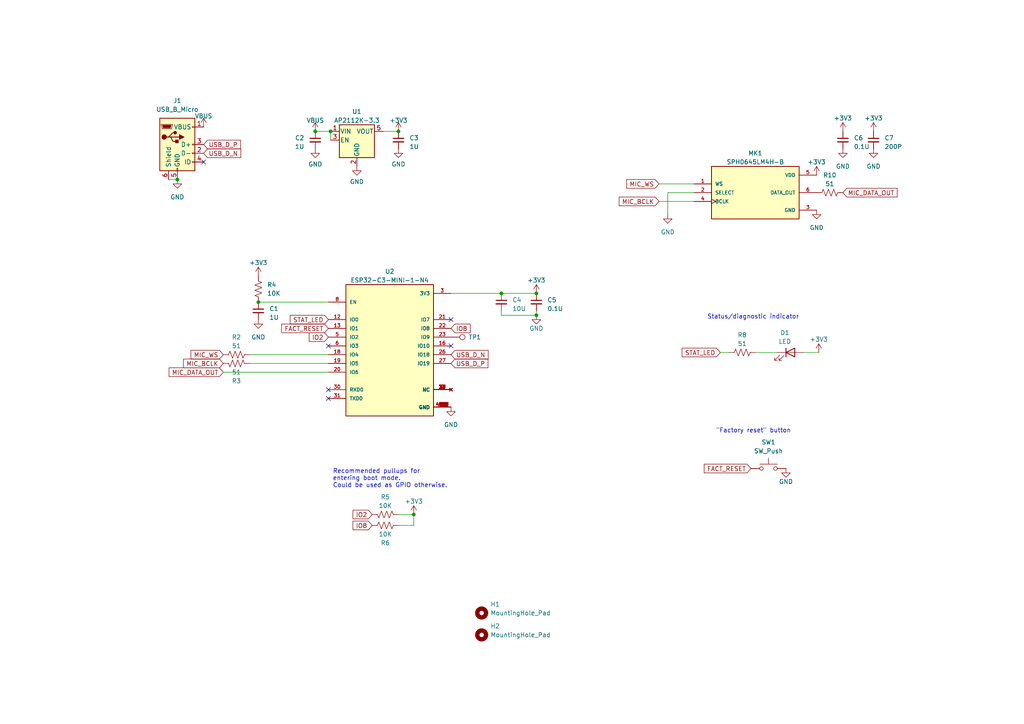
<source format=kicad_sch>
(kicad_sch (version 20230121) (generator eeschema)
  (paper "A4")
  (title_block (title "Noisemeter Device") (date "2024-01-28") (rev "2") (company "Civic Tech Toronto") (comment 1 "Drawn by Clyne Sullivan") (comment 2 "Released under the CERN Open Hardware License Version 2 - Strongly Reciprocal"))
  (lib_symbols
    (symbol "Connector:TestPoint" (pin_numbers hide) (pin_names (offset 0.762) hide)
      (property "Reference" "TP" (at 0 6.858 0))
      (property "Value" "TestPoint" (at 0 5.08 0))
      (symbol "TestPoint_0_1"
        (circle (center 0 3.302) (radius 0.762))
      )
      (symbol "TestPoint_1_1"
        (pin passive line (at 0 0 90) (length 2.54) (name "1") (number "1"))
      )
    )
    (symbol "Connector:USB_B_Micro" (pin_names (offset 1.016))
      (property "Reference" "J" (at -5.08 11.43 0))
      (property "Value" "USB_B_Micro" (at -5.08 8.89 0))
      (symbol "USB_B_Micro_0_1"
        (rectangle (start -5.08 -7.62) (end 5.08 7.62) (stroke (width 0.254)) (fill (type background)))
        (circle (center -3.81 2.159) (radius 0.635) (stroke (width 0.254)) (fill (type outline)))
        (circle (center -0.635 3.429) (radius 0.381) (stroke (width 0.254)) (fill (type outline)))
        (rectangle (start -0.127 -7.62) (end 0.127 -6.858))
        (polyline (pts (xy -1.905 2.159) (xy 0.635 2.159)) (stroke (width 0.254)))
        (polyline (pts (xy -3.175 2.159) (xy -2.54 2.159) (xy -1.27 3.429) (xy -0.635 3.429)) (stroke (width 0.254)))
        (polyline (pts (xy -2.54 2.159) (xy -1.905 2.159) (xy -1.27 0.889) (xy 0 0.889)) (stroke (width 0.254)))
        (polyline (pts (xy 0.635 2.794) (xy 0.635 1.524) (xy 1.905 2.159) (xy 0.635 2.794)) (stroke (width 0.254)) (fill (type outline)))
        (polyline (pts (xy -4.318 5.588) (xy -1.778 5.588) (xy -2.032 4.826) (xy -4.064 4.826) (xy -4.318 5.588)) (fill (type outline)))
        (polyline (pts (xy -4.699 5.842) (xy -4.699 5.588) (xy -4.445 4.826) (xy -4.445 4.572) (xy -1.651 4.572) (xy -1.651 4.826) (xy -1.397 5.588) (xy -1.397 5.842) (xy -4.699 5.842)))
        (rectangle (start 0.254 1.27) (end -0.508 0.508) (stroke (width 0.254)) (fill (type outline)))
        (rectangle (start 5.08 -5.207) (end 4.318 -4.953))
        (rectangle (start 5.08 -2.667) (end 4.318 -2.413))
        (rectangle (start 5.08 -0.127) (end 4.318 0.127))
        (rectangle (start 5.08 4.953) (end 4.318 5.207))
      )
      (symbol "USB_B_Micro_1_1"
        (pin power_out line (at 7.62 5.08 180) (length 2.54) (name "VBUS") (number "1"))
        (pin bidirectional line (at 7.62 -2.54 180) (length 2.54) (name "D-") (number "2"))
        (pin bidirectional line (at 7.62 0 180) (length 2.54) (name "D+") (number "3"))
        (pin passive line (at 7.62 -5.08 180) (length 2.54) (name "ID") (number "4"))
        (pin power_out line (at 0 -10.16 90) (length 2.54) (name "GND") (number "5"))
        (pin passive line (at -2.54 -10.16 90) (length 2.54) (name "Shield") (number "6"))
      )
    )
    (symbol "Device:C_Small" (pin_numbers hide) (pin_names (offset 0.254) hide)
      (property "Reference" "C" (at 0.254 1.778 0))
      (property "Value" "C_Small" (at 0.254 -2.032 0))
      (symbol "C_Small_0_1"
        (polyline (pts (xy -1.524 -0.508) (xy 1.524 -0.508)) (stroke (width 0.3302)))
        (polyline (pts (xy -1.524 0.508) (xy 1.524 0.508)) (stroke (width 0.3048)))
      )
      (symbol "C_Small_1_1"
        (pin passive line (at 0 2.54 270) (length 2.032) (name "~") (number "1"))
        (pin passive line (at 0 -2.54 90) (length 2.032) (name "~") (number "2"))
      )
    )
    (symbol "Device:LED" (pin_numbers hide) (pin_names (offset 1.016) hide)
      (property "Reference" "D" (at 0 2.54 0))
      (property "Value" "LED" (at 0 -2.54 0))
      (symbol "LED_0_1"
        (polyline (pts (xy -1.27 -1.27) (xy -1.27 1.27)) (stroke (width 0.254)))
        (polyline (pts (xy -1.27 0) (xy 1.27 0)))
        (polyline (pts (xy 1.27 -1.27) (xy 1.27 1.27) (xy -1.27 0) (xy 1.27 -1.27)) (stroke (width 0.254)))
        (polyline (pts (xy -3.048 -0.762) (xy -4.572 -2.286) (xy -3.81 -2.286) (xy -4.572 -2.286) (xy -4.572 -1.524)))
        (polyline (pts (xy -1.778 -0.762) (xy -3.302 -2.286) (xy -2.54 -2.286) (xy -3.302 -2.286) (xy -3.302 -1.524)))
      )
      (symbol "LED_1_1"
        (pin passive line (at -3.81 0 0) (length 2.54) (name "K") (number "1"))
        (pin passive line (at 3.81 0 180) (length 2.54) (name "A") (number "2"))
      )
    )
    (symbol "Device:R_US" (pin_numbers hide) (pin_names (offset 0))
      (property "Reference" "R" (at 2.54 0 90))
      (property "Value" "R_US" (at -2.54 0 90))
      (symbol "R_US_0_1"
        (polyline (pts (xy 0 -2.286) (xy 0 -2.54)))
        (polyline (pts (xy 0 2.286) (xy 0 2.54)))
        (polyline (pts (xy 0 -0.762) (xy 1.016 -1.143) (xy 0 -1.524) (xy -1.016 -1.905) (xy 0 -2.286)))
        (polyline (pts (xy 0 0.762) (xy 1.016 0.381) (xy 0 0) (xy -1.016 -0.381) (xy 0 -0.762)))
        (polyline (pts (xy 0 2.286) (xy 1.016 1.905) (xy 0 1.524) (xy -1.016 1.143) (xy 0 0.762)))
      )
      (symbol "R_US_1_1"
        (pin passive line (at 0 3.81 270) (length 1.27) (name "~") (number "1"))
        (pin passive line (at 0 -3.81 90) (length 1.27) (name "~") (number "2"))
      )
    )
    (symbol "Mechanical:MountingHole" (pin_names (offset 1.016))
      (property "Reference" "H" (at 0 5.08 0))
      (property "Value" "MountingHole" (at 0 3.175 0))
      (symbol "MountingHole_0_1"
        (circle (center 0 0) (radius 1.27) (stroke (width 1.27)))
      )
    )
    (symbol "Regulator_Linear:AP2112K-3.3" (pin_names (offset 0.254))
      (property "Reference" "U" (at -5.08 5.715 0))
      (property "Value" "AP2112K-3.3" (at 0 5.715 0))
      (symbol "AP2112K-3.3_0_1"
        (rectangle (start -5.08 4.445) (end 5.08 -5.08) (stroke (width 0.254)) (fill (type background)))
      )
      (symbol "AP2112K-3.3_1_1"
        (pin power_in line (at -7.62 2.54 0) (length 2.54) (name "VIN") (number "1"))
        (pin power_in line (at 0 -7.62 90) (length 2.54) (name "GND") (number "2"))
        (pin input line (at -7.62 0 0) (length 2.54) (name "EN") (number "3"))
        (pin no_connect line (at 5.08 0 180) (length 2.54) hide (name "NC") (number "4"))
        (pin power_out line (at 7.62 2.54 180) (length 2.54) (name "VOUT") (number "5"))
      )
    )
    (symbol "Switch:SW_Push" (pin_numbers hide) (pin_names (offset 1.016) hide)
      (property "Reference" "SW" (at 1.27 2.54 0))
      (property "Value" "SW_Push" (at 0 -1.524 0))
      (symbol "SW_Push_0_1"
        (circle (center -2.032 0) (radius 0.508))
        (polyline (pts (xy 0 1.27) (xy 0 3.048)))
        (polyline (pts (xy 2.54 1.27) (xy -2.54 1.27)))
        (circle (center 2.032 0) (radius 0.508))
        (pin passive line (at -5.08 0 0) (length 2.54) (name "1") (number "1"))
        (pin passive line (at 5.08 0 180) (length 2.54) (name "2") (number "2"))
      )
    )
    (symbol "noisemeter:ESP32-C3-MINI-1-N4" (pin_names (offset 1.016))
      (property "Reference" "U" (at -12.7 18.796 0))
      (property "Value" "ESP32-C3-MINI-1-N4" (at -12.7 -22.86 0))
      (symbol "ESP32-C3-MINI-1-N4_0_0"
        (rectangle (start -12.7 -20.32) (end 12.7 17.78) (stroke (width 0.254)) (fill (type background)))
        (pin power_in line (at 17.78 -17.78 180) (length 5.08) (name "GND") (number "1"))
        (pin no_connect line (at 17.78 -12.7 180) (length 5.08) (name "NC") (number "10"))
        (pin power_in line (at 17.78 -17.78 180) (length 5.08) (name "GND") (number "11"))
        (pin bidirectional line (at -17.78 7.62 0) (length 5.08) (name "IO0") (number "12"))
        (pin bidirectional line (at -17.78 5.08 0) (length 5.08) (name "IO1") (number "13"))
        (pin power_in line (at 17.78 -17.78 180) (length 5.08) (name "GND") (number "14"))
        (pin no_connect line (at 17.78 -12.7 180) (length 5.08) (name "NC") (number "15"))
        (pin bidirectional line (at 17.78 0 180) (length 5.08) (name "IO10") (number "16"))
        (pin no_connect line (at 17.78 -12.7 180) (length 5.08) (name "NC") (number "17"))
        (pin bidirectional line (at -17.78 -2.54 0) (length 5.08) (name "IO4") (number "18"))
        (pin bidirectional line (at -17.78 -5.08 0) (length 5.08) (name "IO5") (number "19"))
        (pin power_in line (at 17.78 -17.78 180) (length 5.08) (name "GND") (number "2"))
        (pin bidirectional line (at -17.78 -7.62 0) (length 5.08) (name "IO6") (number "20"))
        (pin bidirectional line (at 17.78 7.62 180) (length 5.08) (name "IO7") (number "21"))
        (pin bidirectional line (at 17.78 5.08 180) (length 5.08) (name "IO8") (number "22"))
        (pin bidirectional line (at 17.78 2.54 180) (length 5.08) (name "IO9") (number "23"))
        (pin no_connect line (at 17.78 -12.7 180) (length 5.08) (name "NC") (number "24"))
        (pin no_connect line (at 17.78 -12.7 180) (length 5.08) (name "NC") (number "25"))
        (pin bidirectional line (at 17.78 -2.54 180) (length 5.08) (name "IO18") (number "26"))
        (pin bidirectional line (at 17.78 -5.08 180) (length 5.08) (name "IO19") (number "27"))
        (pin no_connect line (at 17.78 -12.7 180) (length 5.08) (name "NC") (number "28"))
        (pin no_connect line (at 17.78 -12.7 180) (length 5.08) (name "NC") (number "29"))
        (pin power_in line (at 17.78 15.24 180) (length 5.08) (name "3V3") (number "3"))
        (pin bidirectional line (at -17.78 -12.7 0) (length 5.08) (name "RXD0") (number "30"))
        (pin bidirectional line (at -17.78 -15.24 0) (length 5.08) (name "TXD0") (number "31"))
        (pin no_connect line (at 17.78 -12.7 180) (length 5.08) (name "NC") (number "32"))
        (pin no_connect line (at 17.78 -12.7 180) (length 5.08) (name "NC") (number "33"))
        (pin no_connect line (at 17.78 -12.7 180) (length 5.08) (name "NC") (number "34"))
        (pin no_connect line (at 17.78 -12.7 180) (length 5.08) (name "NC") (number "35"))
        (pin power_in line (at 17.78 -17.78 180) (length 5.08) (name "GND") (number "36"))
        (pin power_in line (at 17.78 -17.78 180) (length 5.08) (name "GND") (number "37"))
        (pin power_in line (at 17.78 -17.78 180) (length 5.08) (name "GND") (number "38"))
        (pin power_in line (at 17.78 -17.78 180) (length 5.08) (name "GND") (number "39"))
        (pin no_connect line (at 17.78 -12.7 180) (length 5.08) (name "NC") (number "4"))
        (pin power_in line (at 17.78 -17.78 180) (length 5.08) (name "GND") (number "40"))
        (pin power_in line (at 17.78 -17.78 180) (length 5.08) (name "GND") (number "41"))
        (pin power_in line (at 17.78 -17.78 180) (length 5.08) (name "GND") (number "42"))
        (pin power_in line (at 17.78 -17.78 180) (length 5.08) (name "GND") (number "43"))
        (pin power_in line (at 17.78 -17.78 180) (length 5.08) (name "GND") (number "44"))
        (pin power_in line (at 17.78 -17.78 180) (length 5.08) (name "GND") (number "45"))
        (pin power_in line (at 17.78 -17.78 180) (length 5.08) (name "GND") (number "46"))
        (pin power_in line (at 17.78 -17.78 180) (length 5.08) (name "GND") (number "47"))
        (pin power_in line (at 17.78 -17.78 180) (length 5.08) (name "GND") (number "48"))
        (pin power_in line (at 17.78 -17.78 180) (length 5.08) (name "GND") (number "49_1"))
        (pin power_in line (at 17.78 -17.78 180) (length 5.08) (name "GND") (number "49_2"))
        (pin power_in line (at 17.78 -17.78 180) (length 5.08) (name "GND") (number "49_3"))
        (pin power_in line (at 17.78 -17.78 180) (length 5.08) (name "GND") (number "49_4"))
        (pin power_in line (at 17.78 -17.78 180) (length 5.08) (name "GND") (number "49_5"))
        (pin power_in line (at 17.78 -17.78 180) (length 5.08) (name "GND") (number "49_6"))
        (pin power_in line (at 17.78 -17.78 180) (length 5.08) (name "GND") (number "49_7"))
        (pin power_in line (at 17.78 -17.78 180) (length 5.08) (name "GND") (number "49_8"))
        (pin power_in line (at 17.78 -17.78 180) (length 5.08) (name "GND") (number "49_9"))
        (pin bidirectional line (at -17.78 2.54 0) (length 5.08) (name "IO2") (number "5"))
        (pin power_in line (at 17.78 -17.78 180) (length 5.08) (name "GND") (number "50"))
        (pin power_in line (at 17.78 -17.78 180) (length 5.08) (name "GND") (number "51"))
        (pin power_in line (at 17.78 -17.78 180) (length 5.08) (name "GND") (number "52"))
        (pin power_in line (at 17.78 -17.78 180) (length 5.08) (name "GND") (number "53"))
        (pin bidirectional line (at -17.78 0 0) (length 5.08) (name "IO3") (number "6"))
        (pin no_connect line (at 17.78 -12.7 180) (length 5.08) (name "NC") (number "7"))
        (pin input line (at -17.78 12.7 0) (length 5.08) (name "EN") (number "8"))
        (pin no_connect line (at 17.78 -12.7 180) (length 5.08) (name "NC") (number "9"))
      )
    )
    (symbol "noisemeter:SPH0645LM4H-B" (pin_names (offset 1.016))
      (property "Reference" "MK" (at -12.7399 8.1466 0))
      (property "Value" "SPH0645LM4H-B" (at -12.7473 -10.1926 0))
      (symbol "SPH0645LM4H-B_0_0"
        (rectangle (start -12.7 -7.62) (end 12.7 7.62) (stroke (width 0.254)) (fill (type background)))
        (pin input line (at -17.78 2.54 0) (length 5.08) (name "WS") (number "1"))
        (pin input line (at -17.78 0 0) (length 5.08) (name "SELECT") (number "2"))
        (pin power_in line (at 17.78 -5.08 180) (length 5.08) (name "GND") (number "3"))
        (pin input clock (at -17.78 -2.54 0) (length 5.08) (name "BCLK") (number "4"))
        (pin power_in line (at 17.78 5.08 180) (length 5.08) (name "VDD") (number "5"))
        (pin output line (at 17.78 0 180) (length 5.08) (name "DATA_OUT") (number "6"))
      )
    )
    (symbol "power:+3V3" (power) (pin_names (offset 0))
      (property "Value" "+3V3" (at 0 3.556 0))
      (symbol "+3V3_0_1"
        (polyline (pts (xy -0.762 1.27) (xy 0 2.54)))
        (polyline (pts (xy 0 0) (xy 0 2.54)))
        (polyline (pts (xy 0 2.54) (xy 0.762 1.27)))
      )
      (symbol "+3V3_1_1"
        (pin power_in line (at 0 0 90) (length 0) hide (name "+3V3") (number "1"))
      )
    )
    (symbol "power:GND" (power) (pin_names (offset 0))
      (property "Value" "GND" (at 0 -3.81 0))
      (symbol "GND_0_1"
        (polyline (pts (xy 0 0) (xy 0 -1.27) (xy 1.27 -1.27) (xy 0 -2.54) (xy -1.27 -1.27) (xy 0 -1.27)))
      )
      (symbol "GND_1_1"
        (pin power_in line (at 0 0 270) (length 0) hide (name "GND") (number "1"))
      )
    )
    (symbol "power:VBUS" (power) (pin_names (offset 0))
      (property "Value" "VBUS" (at 0 3.81 0))
      (symbol "VBUS_0_1"
        (polyline (pts (xy -0.762 1.27) (xy 0 2.54)))
        (polyline (pts (xy 0 0) (xy 0 2.54)))
        (polyline (pts (xy 0 2.54) (xy 0.762 1.27)))
      )
      (symbol "VBUS_1_1"
        (pin power_in line (at 0 0 90) (length 0) hide (name "VBUS") (number "1"))
      )
    )
  )
  (junction (at 120.015 149.225))
  (junction (at 74.93 87.63))
  (junction (at 115.57 38.1))
  (junction (at 51.435 52.07))
  (junction (at 91.44 38.1))
  (junction (at 145.415 85.09))
  (junction (at 95.885 38.1))
  (junction (at 155.575 91.44))
  (junction (at 155.575 85.09))
  (no_connect (at 130.81 100.33))
  (no_connect (at 95.25 100.33))
  (no_connect (at 95.25 115.57))
  (no_connect (at 130.81 92.71))
  (no_connect (at 95.25 113.03))
  (no_connect (at 59.055 46.99))
  (wire (pts (xy 237.49 102.235) (xy 233.045 102.235)))
  (wire (pts (xy 193.675 55.88) (xy 201.295 55.88)))
  (wire (pts (xy 95.885 38.1) (xy 95.885 40.64)))
  (wire (pts (xy 145.415 91.44) (xy 155.575 91.44)))
  (wire (pts (xy 111.125 38.1) (xy 115.57 38.1)))
  (wire (pts (xy 191.135 58.42) (xy 201.295 58.42)))
  (wire (pts (xy 72.39 105.41) (xy 95.25 105.41)))
  (wire (pts (xy 211.455 102.235) (xy 208.915 102.235)))
  (wire (pts (xy 191.135 53.34) (xy 201.295 53.34)))
  (wire (pts (xy 193.675 55.88) (xy 193.675 62.23)))
  (wire (pts (xy 72.39 102.87) (xy 95.25 102.87)))
  (wire (pts (xy 155.575 91.44) (xy 155.575 90.17)))
  (wire (pts (xy 145.415 85.09) (xy 155.575 85.09)))
  (wire (pts (xy 115.57 149.225) (xy 120.015 149.225)))
  (wire (pts (xy 48.895 52.07) (xy 51.435 52.07)))
  (wire (pts (xy 145.415 91.44) (xy 145.415 90.17)))
  (wire (pts (xy 130.81 85.09) (xy 145.415 85.09)))
  (wire (pts (xy 115.57 152.4) (xy 120.015 152.4)))
  (wire (pts (xy 219.075 102.235) (xy 225.425 102.235)))
  (wire (pts (xy 74.93 87.63) (xy 95.25 87.63)))
  (wire (pts (xy 91.44 38.1) (xy 95.885 38.1)))
  (wire (pts (xy 64.77 107.95) (xy 95.25 107.95)))
  (wire (pts (xy 120.015 149.225) (xy 120.015 152.4)))
  (text "Status/diagnostic indicator" (at 205.105 92.71 0) (effects (font (size 1.27 1.27)) (justify left bottom)))
  (text "Recommended pullups for\nentering boot mode.\nCould be used as GPIO otherwise." (at 96.52 141.605 0) (effects (font (size 1.27 1.27)) (justify left bottom)))
  (text "\"Factory reset\" button" (at 207.645 125.73 0) (effects (font (size 1.27 1.27)) (justify left bottom)))
  (global_label "STAT_LED" (shape input) (at 95.25 92.71 180) (property "Intersheetrefs" "${INTERSHEET_REFS}" (effects hide)))
  (global_label "IO2" (shape input) (at 107.95 149.225 180) (property "Intersheetrefs" "${INTERSHEET_REFS}" (effects hide)))
  (global_label "USB_D_P" (shape input) (at 59.055 41.91 0) (property "Intersheetrefs" "${INTERSHEET_REFS}" (effects hide)))
  (global_label "MIC_WS" (shape input) (at 191.135 53.34 180) (property "Intersheetrefs" "${INTERSHEET_REFS}" (effects hide)))
  (global_label "IO8" (shape input) (at 130.81 95.25 0) (property "Intersheetrefs" "${INTERSHEET_REFS}" (effects hide)))
  (global_label "MIC_DATA_OUT" (shape input) (at 64.77 107.95 180) (property "Intersheetrefs" "${INTERSHEET_REFS}" (effects hide)))
  (global_label "FACT_RESET" (shape input) (at 217.805 135.89 180) (property "Intersheetrefs" "${INTERSHEET_REFS}" (effects hide)))
  (global_label "IO8" (shape input) (at 107.95 152.4 180) (property "Intersheetrefs" "${INTERSHEET_REFS}" (effects hide)))
  (global_label "USB_D_P" (shape input) (at 130.81 105.41 0) (property "Intersheetrefs" "${INTERSHEET_REFS}" (effects hide)))
  (global_label "USB_D_N" (shape input) (at 130.81 102.87 0) (property "Intersheetrefs" "${INTERSHEET_REFS}" (effects hide)))
  (global_label "FACT_RESET" (shape input) (at 95.25 95.25 180) (property "Intersheetrefs" "${INTERSHEET_REFS}" (effects hide)))
  (global_label "MIC_WS" (shape input) (at 64.77 102.87 180) (property "Intersheetrefs" "${INTERSHEET_REFS}" (effects hide)))
  (global_label "MIC_BCLK" (shape input) (at 191.135 58.42 180) (property "Intersheetrefs" "${INTERSHEET_REFS}" (effects hide)))
  (global_label "MIC_DATA_OUT" (shape input) (at 244.475 55.88 0) (property "Intersheetrefs" "${INTERSHEET_REFS}" (effects hide)))
  (global_label "MIC_BCLK" (shape input) (at 64.77 105.41 180) (property "Intersheetrefs" "${INTERSHEET_REFS}" (effects hide)))
  (global_label "IO2" (shape input) (at 95.25 97.79 180) (property "Intersheetrefs" "${INTERSHEET_REFS}" (effects hide)))
  (global_label "STAT_LED" (shape input) (at 208.915 102.235 180) (property "Intersheetrefs" "${INTERSHEET_REFS}" (effects hide)))
  (global_label "USB_D_N" (shape input) (at 59.055 44.45 0) (property "Intersheetrefs" "${INTERSHEET_REFS}" (effects hide)))
  (symbol (lib_id "power:GND") (at 244.475 43.18 0) (unit 1)
    (property "Reference" "#PWR022" (effects hide))
    (property "Value" "GND" (at 244.475 48.26 0))
  )
  (symbol (lib_id "noisemeter:ESP32-C3-MINI-1-N4") (at 113.03 100.33 0) (unit 1)
    (property "Reference" "U2" (at 113.03 78.74 0))
    (property "Value" "ESP32-C3-MINI-1-N4" (at 113.03 81.28 0))
    (property "Footprint" "noisemeter:XCVR_ESP32-C3-MINI-1-N4" (effects hide))
    (property "Part Number" "ESP32-C3-MINI-1-N4" (effects hide))
  )
  (symbol (lib_id "Device:LED") (at 229.235 102.235 0) (unit 1)
    (property "Reference" "D1" (at 227.6475 96.52 0))
    (property "Value" "LED" (at 227.6475 99.06 0))
    (property "Footprint" "LED_SMD:LED_0603_1608Metric" (effects hide))
    (property "Part Number" "LTST-C190GKT" (effects hide))
  )
  (symbol (lib_id "Mechanical:MountingHole") (at 139.7 184.15 0) (unit 1)
    (property "Reference" "H2" (at 142.24 181.61 0) (effects (justify left)))
    (property "Value" "MountingHole_Pad" (at 142.24 184.15 0) (effects (justify left)))
    (property "Footprint" "MountingHole:MountingHole_2.5mm" (effects hide))
  )
  (symbol (lib_id "power:GND") (at 130.81 118.11 0) (unit 1)
    (property "Reference" "#PWR013" (effects hide))
    (property "Value" "GND" (at 130.81 123.19 0))
  )
  (symbol (lib_id "power:GND") (at 236.855 60.96 0) (unit 1)
    (property "Reference" "#PWR020" (effects hide))
    (property "Value" "GND" (at 236.855 66.04 0))
  )
  (symbol (lib_id "power:VBUS") (at 59.055 36.83 0) (unit 1)
    (property "Reference" "#PWR02" (effects hide))
    (property "Value" "VBUS" (at 59.055 33.655 0))
  )
  (symbol (lib_id "power:GND") (at 115.57 43.18 0) (unit 1)
    (property "Reference" "#PWR011" (effects hide))
    (property "Value" "GND" (at 115.57 47.625 0))
  )
  (symbol (lib_id "power:+3V3") (at 236.855 50.8 0) (unit 1)
    (property "Reference" "#PWR019" (effects hide))
    (property "Value" "+3V3" (at 236.855 46.99 0))
  )
  (symbol (lib_id "Device:R_US") (at 111.76 149.225 90) (mirror x) (unit 1)
    (property "Reference" "R5" (at 111.76 144.145 90))
    (property "Value" "10K" (at 111.76 146.685 90))
    (property "Footprint" "Resistor_SMD:R_0603_1608Metric" (effects hide))
    (property "Part Number" "RC0603JR-0710KL" (effects hide))
  )
  (symbol (lib_id "Switch:SW_Push") (at 222.885 135.89 0) (unit 1)
    (property "Reference" "SW1" (at 222.885 128.27 0))
    (property "Value" "SW_Push" (at 222.885 130.81 0))
    (property "Footprint" "Button_Switch_SMD:SW_SPST_EVQP7A" (effects hide))
    (property "Part Number" "EVQ-P7A01P" (effects hide))
  )
  (symbol (lib_id "Connector:USB_B_Micro") (at 51.435 41.91 0) (unit 1)
    (property "Reference" "J1" (at 51.435 29.21 0))
    (property "Value" "USB_B_Micro" (at 51.435 31.75 0))
    (property "Footprint" "Connector_USB:USB_Micro-B_Molex_47346-0001" (effects hide))
    (property "Part Number" "0473461001" (effects hide))
  )
  (symbol (lib_id "power:GND") (at 91.44 43.18 0) (unit 1)
    (property "Reference" "#PWR08" (effects hide))
    (property "Value" "GND" (at 91.44 47.625 0))
  )
  (symbol (lib_id "Device:C_Small") (at 155.575 87.63 0) (mirror y) (unit 1)
    (property "Reference" "C5" (at 158.75 87.0013 0) (effects (justify right)))
    (property "Value" "0.1U" (at 158.75 89.5413 0) (effects (justify right)))
    (property "Footprint" "Capacitor_SMD:C_0603_1608Metric" (effects hide))
    (property "Part Number" "CL10B104KA8NNNC" (effects hide))
  )
  (symbol (lib_id "power:+3V3") (at 237.49 102.235 0) (unit 1)
    (property "Reference" "#PWR018" (effects hide))
    (property "Value" "+3V3" (at 237.49 98.425 0))
  )
  (symbol (lib_id "Connector:TestPoint") (at 130.81 97.79 270) (unit 1)
    (property "Reference" "TP1" (at 135.89 97.79 90) (effects (justify left)))
    (property "Value" "TestPoint" (effects hide))
    (property "Footprint" "TestPoint:TestPoint_Pad_D1.5mm" (effects hide))
  )
  (symbol (lib_id "Device:C_Small") (at 91.44 40.64 0) (unit 1)
    (property "Reference" "C2" (at 88.265 40.0113 0) (effects (justify right)))
    (property "Value" "1U" (at 88.265 42.5513 0) (effects (justify right)))
    (property "Footprint" "Capacitor_SMD:C_0603_1608Metric" (effects hide))
    (property "Part Number" "CL10A105KA8NNNC" (effects hide))
  )
  (symbol (lib_id "power:GND") (at 227.965 135.89 0) (unit 1)
    (property "Reference" "#PWR017" (effects hide))
    (property "Value" "GND" (at 227.965 139.7 0))
  )
  (symbol (lib_id "Device:R_US") (at 215.265 102.235 90) (unit 1)
    (property "Reference" "R8" (at 215.265 97.155 90))
    (property "Value" "51" (at 215.265 99.695 90))
    (property "Footprint" "Resistor_SMD:R_0603_1608Metric" (effects hide))
    (property "Part Number" "RC0603JR-0751RL" (effects hide))
  )
  (symbol (lib_id "power:+3V3") (at 120.015 149.225 0) (unit 1)
    (property "Reference" "#PWR012" (effects hide))
    (property "Value" "+3V3" (at 120.015 145.415 0))
  )
  (symbol (lib_id "power:VBUS") (at 91.44 38.1 0) (unit 1)
    (property "Reference" "#PWR07" (effects hide))
    (property "Value" "VBUS" (at 91.44 34.925 0))
  )
  (symbol (lib_id "power:+3V3") (at 244.475 38.1 0) (unit 1)
    (property "Reference" "#PWR021" (effects hide))
    (property "Value" "+3V3" (at 244.475 34.29 0))
  )
  (symbol (lib_id "Device:R_US") (at 68.58 102.87 90) (unit 1)
    (property "Reference" "R2" (at 68.58 97.79 90))
    (property "Value" "51" (at 68.58 100.33 90))
    (property "Footprint" "Resistor_SMD:R_0603_1608Metric" (effects hide))
    (property "Part Number" "RC0603JR-0751RL" (effects hide))
  )
  (symbol (lib_id "power:+3V3") (at 115.57 38.1 0) (unit 1)
    (property "Reference" "#PWR010" (effects hide))
    (property "Value" "+3V3" (at 115.57 34.925 0))
  )
  (symbol (lib_id "power:GND") (at 193.675 62.23 0) (unit 1)
    (property "Reference" "#PWR016" (effects hide))
    (property "Value" "GND" (at 193.675 67.31 0))
  )
  (symbol (lib_id "Device:C_Small") (at 115.57 40.64 0) (mirror y) (unit 1)
    (property "Reference" "C3" (at 118.745 40.0113 0) (effects (justify right)))
    (property "Value" "1U" (at 118.745 42.5513 0) (effects (justify right)))
    (property "Footprint" "Capacitor_SMD:C_0603_1608Metric" (effects hide))
    (property "Part Number" "CL10A105KA8NNNC" (effects hide))
  )
  (symbol (lib_id "Device:R_US") (at 111.76 152.4 90) (unit 1)
    (property "Reference" "R6" (at 111.76 157.48 90))
    (property "Value" "10K" (at 111.76 154.94 90))
    (property "Footprint" "Resistor_SMD:R_0603_1608Metric" (effects hide))
    (property "Part Number" "RC0603JR-0710KL" (effects hide))
  )
  (symbol (lib_id "Device:R_US") (at 68.58 105.41 90) (mirror x) (unit 1)
    (property "Reference" "R3" (at 68.58 110.49 90))
    (property "Value" "51" (at 68.58 107.95 90))
    (property "Footprint" "Resistor_SMD:R_0603_1608Metric" (effects hide))
    (property "Part Number" "RC0603JR-0751RL" (effects hide))
  )
  (symbol (lib_id "power:GND") (at 51.435 52.07 0) (unit 1)
    (property "Reference" "#PWR01" (effects hide))
    (property "Value" "GND" (at 51.435 57.15 0))
  )
  (symbol (lib_id "Device:R_US") (at 74.93 83.82 180) (unit 1)
    (property "Reference" "R4" (at 77.47 82.55 0) (effects (justify right)))
    (property "Value" "10K" (at 77.47 85.09 0) (effects (justify right)))
    (property "Footprint" "Resistor_SMD:R_0603_1608Metric" (effects hide))
    (property "Part Number" "RC0603JR-0710KL" (effects hide))
  )
  (symbol (lib_id "power:GND") (at 74.93 92.71 0) (unit 1)
    (property "Reference" "#PWR06" (effects hide))
    (property "Value" "GND" (at 74.93 97.79 0))
  )
  (symbol (lib_id "Regulator_Linear:AP2112K-3.3") (at 103.505 40.64 0) (unit 1)
    (property "Reference" "U1" (at 103.505 32.385 0))
    (property "Value" "AP2112K-3.3" (at 103.505 34.925 0))
    (property "Footprint" "Package_TO_SOT_SMD:SOT-23-5" (effects hide))
    (property "Datasheet" "https://www.diodes.com/assets/Datasheets/AP2112.pdf" (effects hide))
    (property "Part Number" "AP2112K-3.3" (effects hide))
  )
  (symbol (lib_id "power:+3V3") (at 74.93 80.01 0) (unit 1)
    (property "Reference" "#PWR05" (effects hide))
    (property "Value" "+3V3" (at 74.93 76.2 0))
  )
  (symbol (lib_id "Device:C_Small") (at 244.475 40.64 0) (mirror y) (unit 1)
    (property "Reference" "C6" (at 247.65 40.0113 0) (effects (justify right)))
    (property "Value" "0.1U" (at 247.65 42.5513 0) (effects (justify right)))
    (property "Footprint" "Capacitor_SMD:C_0603_1608Metric" (effects hide))
    (property "Part Number" "CL10B104KA8NNNC" (effects hide))
  )
  (symbol (lib_id "power:+3V3") (at 253.365 38.1 0) (unit 1)
    (property "Reference" "#PWR023" (effects hide))
    (property "Value" "+3V3" (at 253.365 34.29 0))
  )
  (symbol (lib_id "Device:C_Small") (at 145.415 87.63 0) (mirror y) (unit 1)
    (property "Reference" "C4" (at 148.59 87.0013 0) (effects (justify right)))
    (property "Value" "10U" (at 148.59 89.5413 0) (effects (justify right)))
    (property "Footprint" "Capacitor_SMD:C_0805_2012Metric" (effects hide))
    (property "Part Number" "CL21A106KOQNNNE" (effects hide))
  )
  (symbol (lib_id "Device:C_Small") (at 74.93 90.17 0) (mirror y) (unit 1)
    (property "Reference" "C1" (at 78.105 89.5413 0) (effects (justify right)))
    (property "Value" "1U" (at 78.105 92.0813 0) (effects (justify right)))
    (property "Footprint" "Capacitor_SMD:C_0603_1608Metric" (effects hide))
    (property "Part Number" "CL10A105KA8NNNC" (effects hide))
  )
  (symbol (lib_id "power:+3V3") (at 155.575 85.09 0) (unit 1)
    (property "Reference" "#PWR014" (effects hide))
    (property "Value" "+3V3" (at 155.575 81.28 0))
  )
  (symbol (lib_id "noisemeter:SPH0645LM4H-B") (at 219.075 55.88 0) (unit 1)
    (property "Reference" "MK1" (at 219.075 44.45 0))
    (property "Value" "SPH0645LM4H-B" (at 219.075 46.99 0))
    (property "Footprint" "noisemeter:MIC_SPH0645LM4H-B" (effects hide))
    (property "Part Number" "SPH0645LM4H-B" (effects hide))
  )
  (symbol (lib_id "Device:R_US") (at 240.665 55.88 90) (unit 1)
    (property "Reference" "R10" (at 240.665 50.8 90))
    (property "Value" "51" (at 240.665 53.34 90))
    (property "Footprint" "Resistor_SMD:R_0603_1608Metric" (effects hide))
    (property "Part Number" "RC0603JR-0751RL" (effects hide))
  )
  (symbol (lib_id "power:GND") (at 253.365 43.18 0) (unit 1)
    (property "Reference" "#PWR024" (effects hide))
    (property "Value" "GND" (at 253.365 48.26 0))
  )
  (symbol (lib_id "Device:C_Small") (at 253.365 40.64 0) (mirror y) (unit 1)
    (property "Reference" "C7" (at 256.54 40.0113 0) (effects (justify right)))
    (property "Value" "200P" (at 256.54 42.5513 0) (effects (justify right)))
    (property "Footprint" "Capacitor_SMD:C_0603_1608Metric" (effects hide))
    (property "Part Number" "CL10B201KB8NNNC" (effects hide))
  )
  (symbol (lib_id "power:GND") (at 155.575 91.44 0) (unit 1)
    (property "Reference" "#PWR015" (effects hide))
    (property "Value" "GND" (at 155.575 95.25 0))
  )
  (symbol (lib_id "power:GND") (at 103.505 48.26 0) (unit 1)
    (property "Reference" "#PWR09" (effects hide))
    (property "Value" "GND" (at 103.505 52.705 0))
  )
  (symbol (lib_id "Mechanical:MountingHole") (at 139.7 177.8 0) (unit 1)
    (property "Reference" "H1" (at 142.24 175.26 0) (effects (justify left)))
    (property "Value" "MountingHole_Pad" (at 142.24 177.8 0) (effects (justify left)))
    (property "Footprint" "MountingHole:MountingHole_2.5mm" (effects hide))
  )
)
</source>
